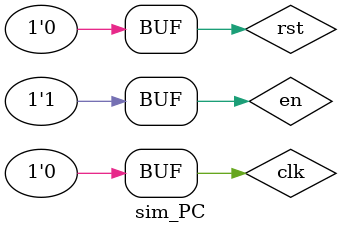
<source format=v>
`timescale 1ns / 1ps

module sim_PC;

  reg rst;
  reg clk;
  reg en;
  wire [5:0] out;

  PC uut (
      .rst(rst),
      .clk(clk),
      .en (en),
      .out(out)
  );

  initial begin
    rst = 1;
    clk = 0;
    en  = 1;
    #1 rst = 0;
    repeat (100) begin
      #5 clk = ~clk;
    end
  end


endmodule
</source>
